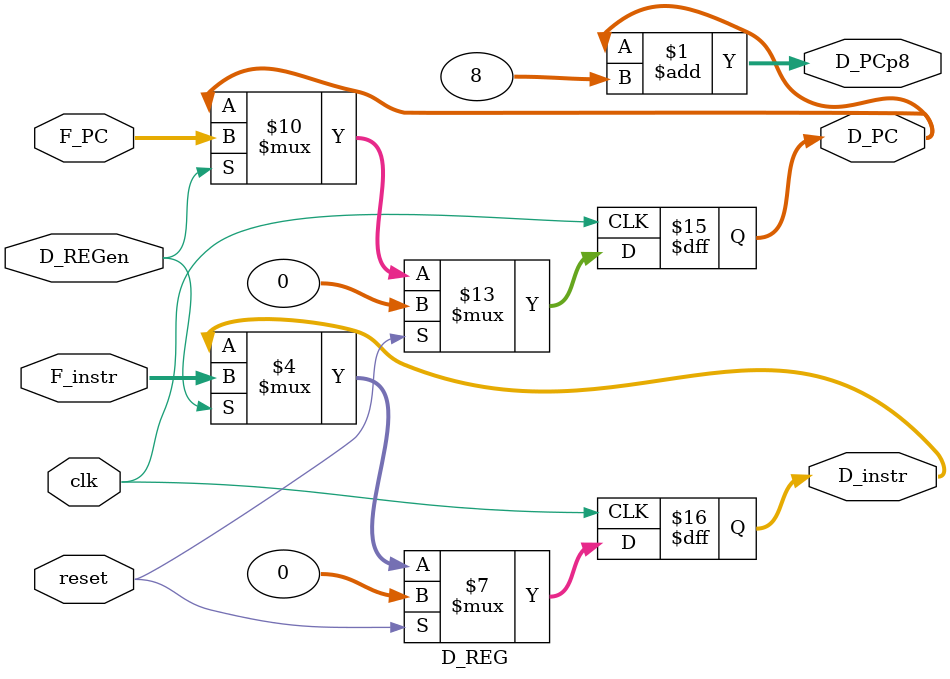
<source format=v>
module D_REG(
    input clk,
    input reset,
    input D_REGen,
    input [31:0] F_PC,
    input [31:0] F_instr,
    output reg [31:0] D_PC,
    output [31:0] D_PCp8,
    output reg [31:0] D_instr);

	assign D_PCp8 = D_PC + 32'h8;

    always @(posedge clk) begin
        if (reset) begin
            D_PC <= 32'h0;
            D_instr <= 32'h0;
        end
        else begin
            if (D_REGen) begin
                D_PC <= F_PC;
                D_instr <= F_instr;
            end
            else begin
                D_PC <= D_PC;
                D_instr <= D_instr;
            end
        end
    end

endmodule
</source>
